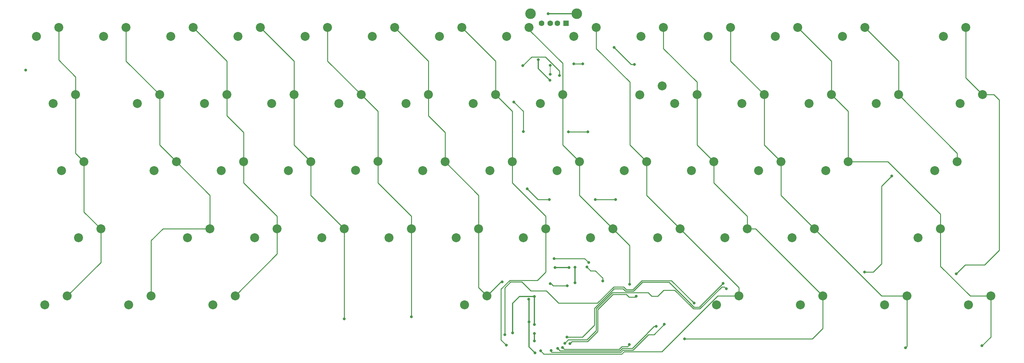
<source format=gtl>
G04 #@! TF.GenerationSoftware,KiCad,Pcbnew,(6.0.6)*
G04 #@! TF.CreationDate,2022-07-10T20:54:54+03:00*
G04 #@! TF.ProjectId,Keyboard-60,4b657962-6f61-4726-942d-3630252e6b69,rev?*
G04 #@! TF.SameCoordinates,Original*
G04 #@! TF.FileFunction,Copper,L1,Top*
G04 #@! TF.FilePolarity,Positive*
%FSLAX46Y46*%
G04 Gerber Fmt 4.6, Leading zero omitted, Abs format (unit mm)*
G04 Created by KiCad (PCBNEW (6.0.6)) date 2022-07-10 20:54:54*
%MOMM*%
%LPD*%
G01*
G04 APERTURE LIST*
G04 #@! TA.AperFunction,ComponentPad*
%ADD10R,1.600000X1.500000*%
G04 #@! TD*
G04 #@! TA.AperFunction,ComponentPad*
%ADD11C,1.600000*%
G04 #@! TD*
G04 #@! TA.AperFunction,ComponentPad*
%ADD12C,3.000000*%
G04 #@! TD*
G04 #@! TA.AperFunction,ComponentPad*
%ADD13C,2.540000*%
G04 #@! TD*
G04 #@! TA.AperFunction,ViaPad*
%ADD14C,0.800000*%
G04 #@! TD*
G04 #@! TA.AperFunction,Conductor*
%ADD15C,0.300000*%
G04 #@! TD*
G04 #@! TA.AperFunction,Conductor*
%ADD16C,0.250000*%
G04 #@! TD*
G04 #@! TA.AperFunction,Conductor*
%ADD17C,0.200000*%
G04 #@! TD*
G04 APERTURE END LIST*
D10*
X199238750Y-64002250D03*
D11*
X196738750Y-64002250D03*
X194738750Y-64002250D03*
X192238750Y-64002250D03*
D12*
X189168750Y-61292250D03*
X202308750Y-61292250D03*
D13*
X149034500Y-124872750D03*
X155384500Y-122332750D03*
X313340750Y-143922750D03*
X319690750Y-141382750D03*
X215709500Y-105822750D03*
X222059500Y-103282750D03*
X201422000Y-67722750D03*
X207772000Y-65182750D03*
X91884500Y-124872750D03*
X98234500Y-122332750D03*
X239522000Y-67722750D03*
X245872000Y-65182750D03*
X172847000Y-86741000D03*
X179197000Y-84201000D03*
X234759500Y-105822750D03*
X241109500Y-103282750D03*
X82359500Y-105822750D03*
X88709500Y-103282750D03*
X134747000Y-86772750D03*
X141097000Y-84232750D03*
X144272000Y-67722750D03*
X150622000Y-65182750D03*
X220472000Y-67722750D03*
X226822000Y-65182750D03*
X299053250Y-124872750D03*
X305403250Y-122332750D03*
X191897000Y-86772750D03*
X198247000Y-84232750D03*
X129984500Y-124872750D03*
X136334500Y-122332750D03*
X310959500Y-86772750D03*
X317309500Y-84232750D03*
X106172000Y-67722750D03*
X112522000Y-65182750D03*
X51403250Y-143922750D03*
X57753250Y-141382750D03*
X120459500Y-105822750D03*
X126809500Y-103282750D03*
X68072000Y-67722750D03*
X74422000Y-65182750D03*
X241903250Y-143922750D03*
X248253250Y-141382750D03*
X226440000Y-81770000D03*
X220090000Y-84310000D03*
X287147000Y-86772750D03*
X293497000Y-84232750D03*
X125222000Y-67722750D03*
X131572000Y-65182750D03*
X244284500Y-124872750D03*
X250634500Y-122332750D03*
X160147000Y-84232750D03*
X153797000Y-86772750D03*
X289528250Y-143922750D03*
X295878250Y-141382750D03*
X53784500Y-86772750D03*
X60134500Y-84232750D03*
X75215750Y-143922750D03*
X81565750Y-141382750D03*
X164909500Y-103282750D03*
X158559500Y-105822750D03*
X277622000Y-67722750D03*
X283972000Y-65182750D03*
X87122000Y-67722750D03*
X93472000Y-65182750D03*
X306197000Y-67722750D03*
X312547000Y-65182750D03*
X265715750Y-143922750D03*
X272065750Y-141382750D03*
X187134500Y-124872750D03*
X193484500Y-122332750D03*
X206184500Y-124872750D03*
X212534500Y-122332750D03*
X170465750Y-143922750D03*
X176815750Y-141382750D03*
X263334500Y-124872750D03*
X269684500Y-122332750D03*
X253809500Y-105822750D03*
X260159500Y-103282750D03*
X163322000Y-67722750D03*
X169672000Y-65182750D03*
X56165750Y-105822750D03*
X62515750Y-103282750D03*
X101409500Y-105822750D03*
X107759500Y-103282750D03*
X249047000Y-86772750D03*
X255397000Y-84232750D03*
X168084500Y-124872750D03*
X174434500Y-122332750D03*
X99028250Y-143922750D03*
X105378250Y-141382750D03*
X110934500Y-124872750D03*
X117284500Y-122332750D03*
X77597000Y-86772750D03*
X83947000Y-84232750D03*
X229997000Y-86772750D03*
X236347000Y-84232750D03*
X60928250Y-124872750D03*
X67278250Y-122332750D03*
X49022000Y-67722750D03*
X55372000Y-65182750D03*
X115697000Y-86772750D03*
X122047000Y-84232750D03*
X196659500Y-105822750D03*
X203009500Y-103282750D03*
X177609500Y-105822750D03*
X183959500Y-103282750D03*
X258572000Y-67722750D03*
X264922000Y-65182750D03*
X272859500Y-105822750D03*
X279209500Y-103282750D03*
X303815750Y-105822750D03*
X310165750Y-103282750D03*
X268097000Y-86772750D03*
X274447000Y-84232750D03*
X225234500Y-124872750D03*
X231584500Y-122332750D03*
X182372000Y-67722750D03*
X188722000Y-65182750D03*
X139490000Y-105760000D03*
X145840000Y-103220000D03*
X96647000Y-86772750D03*
X102997000Y-84232750D03*
D14*
X184023000Y-151892000D03*
X190246000Y-154178000D03*
X190246000Y-152019000D03*
X219075000Y-141478000D03*
X217250000Y-138096000D03*
X188627150Y-142310250D03*
X200056750Y-133318250D03*
X191319150Y-74288650D03*
X188677950Y-148710250D03*
X196119750Y-133318250D03*
X194104750Y-61292250D03*
X190430150Y-157575250D03*
X194671950Y-80181450D03*
X209607150Y-137179050D03*
X205136750Y-133165850D03*
X194722750Y-137890250D03*
X199548750Y-138525250D03*
X190213750Y-141510250D03*
X201783950Y-133216650D03*
X190214750Y-149510250D03*
X201783950Y-137636250D03*
X218598750Y-75660250D03*
X46005750Y-77311250D03*
X197389750Y-78835250D03*
X186975750Y-76041250D03*
X203993750Y-75533250D03*
X212883750Y-70834250D03*
X201453750Y-75533250D03*
X184435750Y-86328250D03*
X187102750Y-94710250D03*
X199928750Y-94836250D03*
X205390750Y-94837250D03*
X194722750Y-78454250D03*
X194722750Y-75914250D03*
X194468750Y-114014250D03*
X188245750Y-110966250D03*
X207548750Y-114013250D03*
X213264750Y-114014250D03*
X205644750Y-131921250D03*
X195865750Y-130778250D03*
X235500000Y-143400000D03*
X181832750Y-152367250D03*
X136334500Y-147865500D03*
X155384500Y-147284500D03*
X181100000Y-137400000D03*
X182250000Y-155350000D03*
X200300000Y-154950000D03*
X192050000Y-157000000D03*
X194950000Y-156850000D03*
X227100000Y-149450000D03*
X232850000Y-153600000D03*
X295450000Y-156100000D03*
X224750000Y-150050000D03*
X196850000Y-156250000D03*
X198200000Y-156000000D03*
X217150000Y-155200000D03*
X317200000Y-155550000D03*
X199500000Y-153050000D03*
X291600000Y-107350000D03*
X243750000Y-137800000D03*
X283900000Y-134600000D03*
X198850000Y-154850000D03*
X309900000Y-135100000D03*
X244650000Y-139350000D03*
D15*
X184023000Y-143510000D02*
X184023000Y-151892000D01*
X185039000Y-142494000D02*
X184023000Y-143510000D01*
X186022750Y-141510250D02*
X185039000Y-142494000D01*
X190213750Y-141510250D02*
X186022750Y-141510250D01*
X190246000Y-152019000D02*
X190246000Y-154178000D01*
X190213750Y-149509250D02*
X190213750Y-141510250D01*
X190214750Y-149510250D02*
X190213750Y-149509250D01*
D16*
X218821000Y-141732000D02*
X219075000Y-141478000D01*
X217043000Y-141732000D02*
X218821000Y-141732000D01*
X216281000Y-140970000D02*
X217043000Y-141732000D01*
X212540000Y-140970000D02*
X216281000Y-140970000D01*
X208222000Y-151414396D02*
X208222000Y-145288000D01*
X208222000Y-145288000D02*
X212540000Y-140970000D01*
X205336396Y-154300000D02*
X208222000Y-151414396D01*
X205232000Y-154300000D02*
X205336396Y-154300000D01*
X200950000Y-154300000D02*
X205232000Y-154300000D01*
X200300000Y-154950000D02*
X200950000Y-154300000D01*
X199850000Y-153850000D02*
X198850000Y-154850000D01*
X207772000Y-151228000D02*
X205150000Y-153850000D01*
X207772000Y-145036792D02*
X207772000Y-151228000D01*
X212335792Y-140473000D02*
X207772000Y-145036792D01*
X222515000Y-140473000D02*
X212335792Y-140473000D01*
X223520000Y-141478000D02*
X222515000Y-140473000D01*
X225171000Y-141478000D02*
X223520000Y-141478000D01*
X226893802Y-139755198D02*
X225171000Y-141478000D01*
X230068802Y-139755198D02*
X226893802Y-139755198D01*
X234600000Y-144300000D02*
X234600000Y-144286396D01*
X235350000Y-145050000D02*
X234600000Y-144300000D01*
X237150000Y-145050000D02*
X235350000Y-145050000D01*
X243400000Y-138800000D02*
X237150000Y-145050000D01*
X205150000Y-153850000D02*
X199850000Y-153850000D01*
X244100000Y-138800000D02*
X243400000Y-138800000D01*
X244650000Y-139350000D02*
X244100000Y-138800000D01*
X234600000Y-144286396D02*
X230068802Y-139755198D01*
X203850000Y-153050000D02*
X199500000Y-153050000D01*
X207264000Y-149636000D02*
X203850000Y-153050000D01*
X207264000Y-144908396D02*
X207264000Y-149636000D01*
X212852698Y-139319698D02*
X207264000Y-144908396D01*
X215391302Y-139319698D02*
X212852698Y-139319698D01*
X218372396Y-140023000D02*
X216094604Y-140023000D01*
X220912396Y-137483000D02*
X218372396Y-140023000D01*
X228433000Y-137483000D02*
X220912396Y-137483000D01*
X216094604Y-140023000D02*
X215391302Y-139319698D01*
X235550000Y-144600000D02*
X228433000Y-137483000D01*
X236950000Y-144600000D02*
X235550000Y-144600000D01*
X243750000Y-137800000D02*
X236950000Y-144600000D01*
X218186000Y-139573000D02*
X220726000Y-137033000D01*
X229133000Y-137033000D02*
X235500000Y-143400000D01*
X216281000Y-139573000D02*
X218186000Y-139573000D01*
X215519000Y-138811000D02*
X216281000Y-139573000D01*
X212725000Y-138811000D02*
X215519000Y-138811000D01*
X208136000Y-143400000D02*
X212725000Y-138811000D01*
X197100000Y-143400000D02*
X208136000Y-143400000D01*
X193600000Y-139900000D02*
X197100000Y-143400000D01*
X189200000Y-139900000D02*
X193600000Y-139900000D01*
X186700000Y-137400000D02*
X189200000Y-139900000D01*
X183500000Y-137400000D02*
X186700000Y-137400000D01*
X220726000Y-137033000D02*
X229133000Y-137033000D01*
X181832750Y-139067250D02*
X183500000Y-137400000D01*
X181832750Y-152367250D02*
X181832750Y-139067250D01*
X217250000Y-138096000D02*
X217250000Y-138100000D01*
D15*
X200056750Y-133318250D02*
X196119750Y-133318250D01*
X188677950Y-142361050D02*
X188627150Y-142310250D01*
X188677950Y-155823050D02*
X188677950Y-148710250D01*
X191319150Y-74288650D02*
X191319150Y-76828650D01*
X188677950Y-148710250D02*
X188677950Y-142361050D01*
X191319150Y-76828650D02*
X194671950Y-80181450D01*
X190430150Y-157575250D02*
X188677950Y-155823050D01*
X194104750Y-61292250D02*
X202308750Y-61292250D01*
D16*
X209607150Y-136315450D02*
X209607150Y-137179050D01*
X207524350Y-134232650D02*
X209607150Y-136315450D01*
X205136750Y-133165850D02*
X206203550Y-134232650D01*
X206203550Y-134232650D02*
X207524350Y-134232650D01*
X195611750Y-138525250D02*
X194976750Y-137890250D01*
X194976750Y-137890250D02*
X194722750Y-137890250D01*
X199548750Y-138525250D02*
X195611750Y-138525250D01*
D15*
X201783950Y-133216650D02*
X201783950Y-137636250D01*
D16*
X212883750Y-70834250D02*
X217709750Y-75660250D01*
X189453350Y-73563650D02*
X193397455Y-73563650D01*
X193397455Y-73563650D02*
X197389750Y-77555945D01*
X217709750Y-75660250D02*
X218598750Y-75660250D01*
X186975750Y-76041250D02*
X189453350Y-73563650D01*
X201453750Y-75533250D02*
X203993750Y-75533250D01*
X197389750Y-77555945D02*
X197389750Y-78835250D01*
X184435750Y-86328250D02*
X187102750Y-88995250D01*
X187102750Y-94710250D02*
X187102750Y-94837250D01*
X199928750Y-94836250D02*
X205389750Y-94836250D01*
X187102750Y-88995250D02*
X187102750Y-94710250D01*
X205389750Y-94836250D02*
X205390750Y-94837250D01*
D17*
X194722750Y-75914250D02*
X194722750Y-78454250D01*
D16*
X60134500Y-84232750D02*
X60134500Y-100901500D01*
X67278250Y-122332750D02*
X67278250Y-131857750D01*
X60134500Y-100901500D02*
X62515750Y-103282750D01*
X67278250Y-131857750D02*
X57753250Y-141382750D01*
X62515750Y-117570250D02*
X67278250Y-122332750D01*
X55372000Y-74434700D02*
X60134500Y-79197200D01*
X62515750Y-103282750D02*
X62515750Y-117570250D01*
X60134500Y-79197200D02*
X60134500Y-84232750D01*
X55372000Y-65182750D02*
X55372000Y-74434700D01*
X84931250Y-122332750D02*
X98234500Y-122332750D01*
X81565750Y-141382750D02*
X81565750Y-125622050D01*
X88709500Y-103282750D02*
X98234500Y-112807750D01*
X81565750Y-125622050D02*
X84893150Y-122294650D01*
X74422000Y-74707750D02*
X83947000Y-84232750D01*
X83947000Y-98520250D02*
X88709500Y-103282750D01*
X98234500Y-112807750D02*
X98234500Y-122332750D01*
X84893150Y-122294650D02*
X84931250Y-122332750D01*
X74422000Y-65182750D02*
X74422000Y-74707750D01*
X83947000Y-84232750D02*
X83947000Y-98520250D01*
X191293750Y-114014250D02*
X194468750Y-114014250D01*
X188245750Y-110966250D02*
X191293750Y-114014250D01*
X213263750Y-114013250D02*
X213264750Y-114014250D01*
X207548750Y-114013250D02*
X213263750Y-114013250D01*
X195865750Y-130778250D02*
X204501750Y-130778250D01*
X204501750Y-130778250D02*
X205644750Y-131921250D01*
X93472000Y-65182750D02*
X102997000Y-74707750D01*
X117284500Y-129476500D02*
X105378250Y-141382750D01*
X117284500Y-118815121D02*
X117284500Y-122332750D01*
X102997000Y-90240121D02*
X107759500Y-95002621D01*
X107759500Y-95002621D02*
X107759500Y-103282750D01*
X102997000Y-84232750D02*
X102997000Y-90240121D01*
X117284500Y-122332750D02*
X117284500Y-129476500D01*
X102997000Y-74707750D02*
X102997000Y-84232750D01*
X107759500Y-109290121D02*
X117284500Y-118815121D01*
X107759500Y-103282750D02*
X107759500Y-109290121D01*
X122047000Y-98520250D02*
X126809500Y-103282750D01*
X112522000Y-65182750D02*
X122047000Y-74707750D01*
X126809500Y-112807750D02*
X136334500Y-122332750D01*
X122047000Y-74707750D02*
X122047000Y-84232750D01*
X136334500Y-122332750D02*
X136334500Y-147865500D01*
X122047000Y-84232750D02*
X122047000Y-98520250D01*
X126809500Y-103282750D02*
X126809500Y-112807750D01*
X131572000Y-65182750D02*
X131572000Y-74707750D01*
X155384500Y-122332750D02*
X155384500Y-147284500D01*
X155384500Y-147284500D02*
X155400000Y-147300000D01*
X155384500Y-118815121D02*
X155384500Y-122332750D01*
X131572000Y-74707750D02*
X141097000Y-84232750D01*
X145859500Y-88995250D02*
X145859500Y-103282750D01*
X141097000Y-84232750D02*
X145859500Y-88995250D01*
X145859500Y-109290121D02*
X155384500Y-118815121D01*
X145859500Y-103282750D02*
X145859500Y-109290121D01*
X164909500Y-95002621D02*
X164909500Y-103282750D01*
X174434500Y-122332750D02*
X174434500Y-139001500D01*
X160147000Y-74707750D02*
X160147000Y-84232750D01*
X174434500Y-139001500D02*
X176815750Y-141382750D01*
X180798500Y-137400000D02*
X181100000Y-137400000D01*
X160147000Y-90240121D02*
X164909500Y-95002621D01*
X160147000Y-84232750D02*
X160147000Y-90240121D01*
X150622000Y-65182750D02*
X160147000Y-74707750D01*
X174434500Y-112807750D02*
X174434500Y-122332750D01*
X176815750Y-141382750D02*
X180798500Y-137400000D01*
X164909500Y-103282750D02*
X174434500Y-112807750D01*
X180800000Y-152800000D02*
X180800000Y-153900000D01*
X193484500Y-118815121D02*
X193484500Y-122332750D01*
X193250000Y-134750000D02*
X191050000Y-136950000D01*
X180800000Y-139463604D02*
X180800000Y-152800000D01*
X191050000Y-136950000D02*
X184450000Y-136950000D01*
X169672000Y-65182750D02*
X179197000Y-74707750D01*
X183313604Y-136950000D02*
X180800000Y-139463604D01*
X184450000Y-136950000D02*
X183313604Y-136950000D01*
X193484500Y-122332750D02*
X193484500Y-134515500D01*
X193484500Y-134515500D02*
X193250000Y-134750000D01*
X180800000Y-153900000D02*
X182250000Y-155350000D01*
X183959500Y-109290121D02*
X193484500Y-118815121D01*
X179197000Y-74707750D02*
X179197000Y-84232750D01*
X183959500Y-88995250D02*
X183959500Y-103282750D01*
X183959500Y-103282750D02*
X183959500Y-109290121D01*
X179197000Y-84232750D02*
X183959500Y-88995250D01*
X212534500Y-122332750D02*
X217250000Y-127048250D01*
X203009500Y-103282750D02*
X203009500Y-112807750D01*
X188722000Y-65182750D02*
X188722000Y-65849500D01*
X217250000Y-127048250D02*
X217250000Y-138096000D01*
X188722000Y-65849500D02*
X198247000Y-75374500D01*
X198247000Y-75374500D02*
X198247000Y-84232750D01*
X198247000Y-84232750D02*
X198247000Y-98520250D01*
X198247000Y-98520250D02*
X203009500Y-103282750D01*
X203009500Y-112807750D02*
X212534500Y-122332750D01*
X207772000Y-65182750D02*
X207772000Y-71190121D01*
X231584500Y-122332750D02*
X248253250Y-139001500D01*
X222050000Y-157200000D02*
X215700000Y-157200000D01*
X226370329Y-157200000D02*
X222050000Y-157200000D01*
X215150000Y-157750000D02*
X215050000Y-157850000D01*
X192900000Y-157850000D02*
X192050000Y-157000000D01*
X248253250Y-139001500D02*
X248253250Y-141382750D01*
X203550000Y-157850000D02*
X192900000Y-157850000D01*
X215700000Y-157200000D02*
X215150000Y-157750000D01*
X217297000Y-80715121D02*
X217297000Y-84232750D01*
X215050000Y-157850000D02*
X203550000Y-157850000D01*
X217297000Y-98520250D02*
X222059500Y-103282750D01*
X222059500Y-103282750D02*
X222059500Y-112807750D01*
X248253250Y-141382750D02*
X242187579Y-141382750D01*
X207772000Y-71190121D02*
X217297000Y-80715121D01*
X217297000Y-84232750D02*
X217297000Y-98520250D01*
X222059500Y-112807750D02*
X231584500Y-122332750D01*
X242187579Y-141382750D02*
X226370329Y-157200000D01*
X194950000Y-157200000D02*
X194950000Y-156850000D01*
X241109500Y-109290121D02*
X250634500Y-118815121D01*
X218148849Y-156750000D02*
X217050000Y-156750000D01*
X241109500Y-103282750D02*
X241109500Y-109290121D01*
X226822000Y-71190121D02*
X236347000Y-80715121D01*
X259550000Y-153600000D02*
X232850000Y-153600000D01*
X214700000Y-157400000D02*
X195150000Y-157400000D01*
X250634500Y-118815121D02*
X250634500Y-122332750D01*
X227100000Y-149450000D02*
X224201151Y-152348849D01*
X236347000Y-98520250D02*
X241109500Y-103282750D01*
X269088763Y-153600000D02*
X259550000Y-153600000D01*
X222550000Y-152348849D02*
X218148849Y-156750000D01*
X217050000Y-156750000D02*
X215350000Y-156750000D01*
X224201151Y-152348849D02*
X222550000Y-152348849D01*
X253015750Y-122332750D02*
X272065750Y-141382750D01*
X236347000Y-80715121D02*
X236347000Y-84232750D01*
X272065750Y-141382750D02*
X272065750Y-150623013D01*
X236347000Y-84232750D02*
X236347000Y-98520250D01*
X226822000Y-65182750D02*
X226822000Y-71190121D01*
X215350000Y-156750000D02*
X214700000Y-157400000D01*
X250634500Y-122332750D02*
X253015750Y-122332750D01*
X195150000Y-157400000D02*
X194950000Y-157200000D01*
X272065750Y-150623013D02*
X269088763Y-153600000D01*
X255397000Y-98520250D02*
X260159500Y-103282750D01*
X295878250Y-141382750D02*
X295878250Y-155671750D01*
X260159500Y-103282750D02*
X260159500Y-112807750D01*
X269684500Y-122332750D02*
X288734500Y-141382750D01*
X214956802Y-156506802D02*
X215213604Y-156250000D01*
X217600000Y-156250000D02*
X218012453Y-156250000D01*
X196850000Y-156250000D02*
X197550000Y-156950000D01*
X197550000Y-156950000D02*
X200550000Y-156950000D01*
X200550000Y-156950000D02*
X214513604Y-156950000D01*
X222363604Y-151898849D02*
X224212453Y-150050000D01*
X288734500Y-141382750D02*
X295878250Y-141382750D01*
X255397000Y-84232750D02*
X255397000Y-98520250D01*
X214513604Y-156950000D02*
X214956802Y-156506802D01*
X245872000Y-74707750D02*
X255397000Y-84232750D01*
X222156227Y-152106226D02*
X222363604Y-151898849D01*
X260159500Y-112807750D02*
X269684500Y-122332750D01*
X224212453Y-150050000D02*
X224750000Y-150050000D01*
X245872000Y-65182750D02*
X245872000Y-74707750D01*
X215213604Y-156250000D02*
X217600000Y-156250000D01*
X218012453Y-156250000D02*
X222156227Y-152106226D01*
X295878250Y-155671750D02*
X295450000Y-156100000D01*
X290518850Y-103282750D02*
X305403250Y-118167150D01*
X264922000Y-65182750D02*
X274447000Y-74707750D01*
X305403250Y-122332750D02*
X305403250Y-132970013D01*
X214327208Y-156500000D02*
X214888604Y-155938604D01*
X198700000Y-156500000D02*
X202400000Y-156500000D01*
X217150000Y-155350000D02*
X217150000Y-155200000D01*
X214888604Y-155938604D02*
X215027208Y-155800000D01*
X202400000Y-156500000D02*
X213900000Y-156500000D01*
X198200000Y-156000000D02*
X198700000Y-156500000D01*
X274447000Y-74707750D02*
X274447000Y-84232750D01*
X213900000Y-156500000D02*
X214327208Y-156500000D01*
X305403250Y-118167150D02*
X305403250Y-122332750D01*
X279209500Y-103282750D02*
X290518850Y-103282750D01*
X319690750Y-153059250D02*
X317200000Y-155550000D01*
X216700000Y-155800000D02*
X217150000Y-155350000D01*
X305403250Y-132970013D02*
X313815987Y-141382750D01*
X279209500Y-88995250D02*
X279209500Y-103282750D01*
X313815987Y-141382750D02*
X319690750Y-141382750D01*
X274447000Y-84232750D02*
X279209500Y-88995250D01*
X215027208Y-155800000D02*
X216700000Y-155800000D01*
X319690750Y-141382750D02*
X319690750Y-153059250D01*
X293497000Y-74707750D02*
X293497000Y-84232750D01*
X288650000Y-132300000D02*
X288700000Y-132250000D01*
X288700000Y-116950000D02*
X288700000Y-110250000D01*
X286350000Y-134600000D02*
X288650000Y-132300000D01*
X310165750Y-100901500D02*
X310165750Y-103282750D01*
X283972000Y-65182750D02*
X293497000Y-74707750D01*
X293497000Y-84232750D02*
X310165750Y-100901500D01*
X288700000Y-132250000D02*
X288700000Y-116950000D01*
X288700000Y-110250000D02*
X291600000Y-107350000D01*
X283900000Y-134600000D02*
X286350000Y-134600000D01*
X322050000Y-128450000D02*
X322050000Y-85750000D01*
X312400000Y-132600000D02*
X317900000Y-132600000D01*
X312547000Y-79470250D02*
X317309500Y-84232750D01*
X320532750Y-84232750D02*
X317309500Y-84232750D01*
X322050000Y-85750000D02*
X320532750Y-84232750D01*
X312547000Y-65182750D02*
X312547000Y-79470250D01*
X309900000Y-135100000D02*
X312400000Y-132600000D01*
X317900000Y-132600000D02*
X322050000Y-128450000D01*
M02*

</source>
